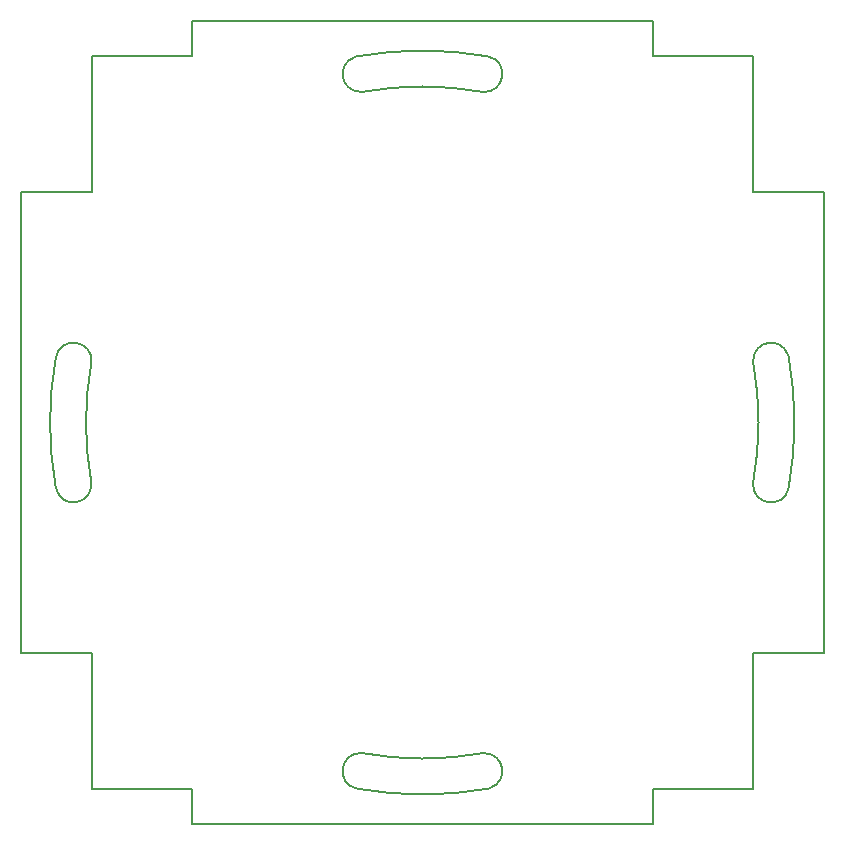
<source format=gbr>
G04 #@! TF.GenerationSoftware,KiCad,Pcbnew,6.0.11-2627ca5db0~126~ubuntu22.04.1*
G04 #@! TF.CreationDate,2023-12-06T10:27:33+01:00*
G04 #@! TF.ProjectId,roomthermostat,726f6f6d-7468-4657-926d-6f737461742e,C*
G04 #@! TF.SameCoordinates,Original*
G04 #@! TF.FileFunction,Profile,NP*
%FSLAX46Y46*%
G04 Gerber Fmt 4.6, Leading zero omitted, Abs format (unit mm)*
G04 Created by KiCad (PCBNEW 6.0.11-2627ca5db0~126~ubuntu22.04.1) date 2023-12-06 10:27:33*
%MOMM*%
%LPD*%
G01*
G04 APERTURE LIST*
G04 #@! TA.AperFunction,Profile*
%ADD10C,0.150000*%
G04 #@! TD*
G04 APERTURE END LIST*
D10*
X91871201Y-128379246D02*
G75*
G03*
X101915000Y-128385878I5040399J28012146D01*
G01*
X124915000Y-80870000D02*
X124915000Y-69370000D01*
X124915000Y-119870000D02*
X124915000Y-131370000D01*
X127838025Y-94645658D02*
G75*
G03*
X124915000Y-95120000I-1423025J-474342D01*
G01*
X116415000Y-69370000D02*
X124915000Y-69370000D01*
X68864561Y-95348369D02*
G75*
G03*
X68857917Y-105392166I28012139J-5040431D01*
G01*
X68915000Y-131370000D02*
X68915000Y-119870000D01*
X124915000Y-95120000D02*
X124915000Y-95370000D01*
X102639342Y-131308903D02*
X102415000Y-131385877D01*
X124908356Y-105413797D02*
G75*
G03*
X127914998Y-105870000I1506644J-206203D01*
G01*
X91871197Y-128379278D02*
G75*
G03*
X91415000Y-131385876I-206197J-1506622D01*
G01*
X116415000Y-131370000D02*
X116415000Y-134370000D01*
X127838025Y-94645658D02*
X127914999Y-94870000D01*
X77415000Y-69370000D02*
X68915000Y-69370000D01*
X65857920Y-94892166D02*
G75*
G03*
X65857918Y-105892166I31000000J-5500004D01*
G01*
X130915000Y-80870000D02*
X124915000Y-80870000D01*
X65934892Y-106116508D02*
X65857918Y-105892166D01*
X68864537Y-95348366D02*
G75*
G03*
X65857919Y-94892166I-1506637J206166D01*
G01*
X77415000Y-134370000D02*
X77415000Y-131370000D01*
X91415000Y-131385877D02*
G75*
G03*
X102415000Y-131385877I5500000J30999999D01*
G01*
X124908357Y-105413797D02*
G75*
G03*
X124915000Y-95370000I-28012227J5040427D01*
G01*
X116415000Y-131370000D02*
X124915000Y-131370000D01*
X77415000Y-66370000D02*
X116415000Y-66370000D01*
X102639356Y-131308944D02*
G75*
G03*
X102165000Y-128385878I-474356J1423044D01*
G01*
X127914999Y-105870000D02*
G75*
G03*
X127914999Y-94870000I-30999999J5500000D01*
G01*
X130915000Y-80870000D02*
X130915000Y-119870000D01*
X102392834Y-69370000D02*
G75*
G03*
X91392834Y-69370000I-5500000J-30999999D01*
G01*
X68915000Y-131370000D02*
X77415000Y-131370000D01*
X68915000Y-80870000D02*
X62915000Y-80870000D01*
X101936467Y-72377838D02*
G75*
G03*
X91892834Y-72369999I-5043667J-27992162D01*
G01*
X77415000Y-134370000D02*
X116415000Y-134370000D01*
X130915000Y-119870000D02*
X124915000Y-119870000D01*
X91168492Y-69446974D02*
X91392834Y-69370000D01*
X62915000Y-80870000D02*
X62915000Y-119870000D01*
X65934896Y-106116507D02*
G75*
G03*
X68857917Y-105642166I1423024J474337D01*
G01*
X91642834Y-72369999D02*
X91892834Y-72369999D01*
X62915000Y-119870000D02*
X68915000Y-119870000D01*
X116415000Y-69370000D02*
X116415000Y-66370000D01*
X102165000Y-128385878D02*
X101915000Y-128385878D01*
X101936464Y-72377860D02*
G75*
G03*
X102392834Y-69370000I206236J1507260D01*
G01*
X91168489Y-69446966D02*
G75*
G03*
X91642834Y-72369999I474311J-1423034D01*
G01*
X68915000Y-69370000D02*
X68915000Y-80870000D01*
X68857917Y-105642166D02*
X68857917Y-105392166D01*
X77415000Y-66370000D02*
X77415000Y-69370000D01*
M02*

</source>
